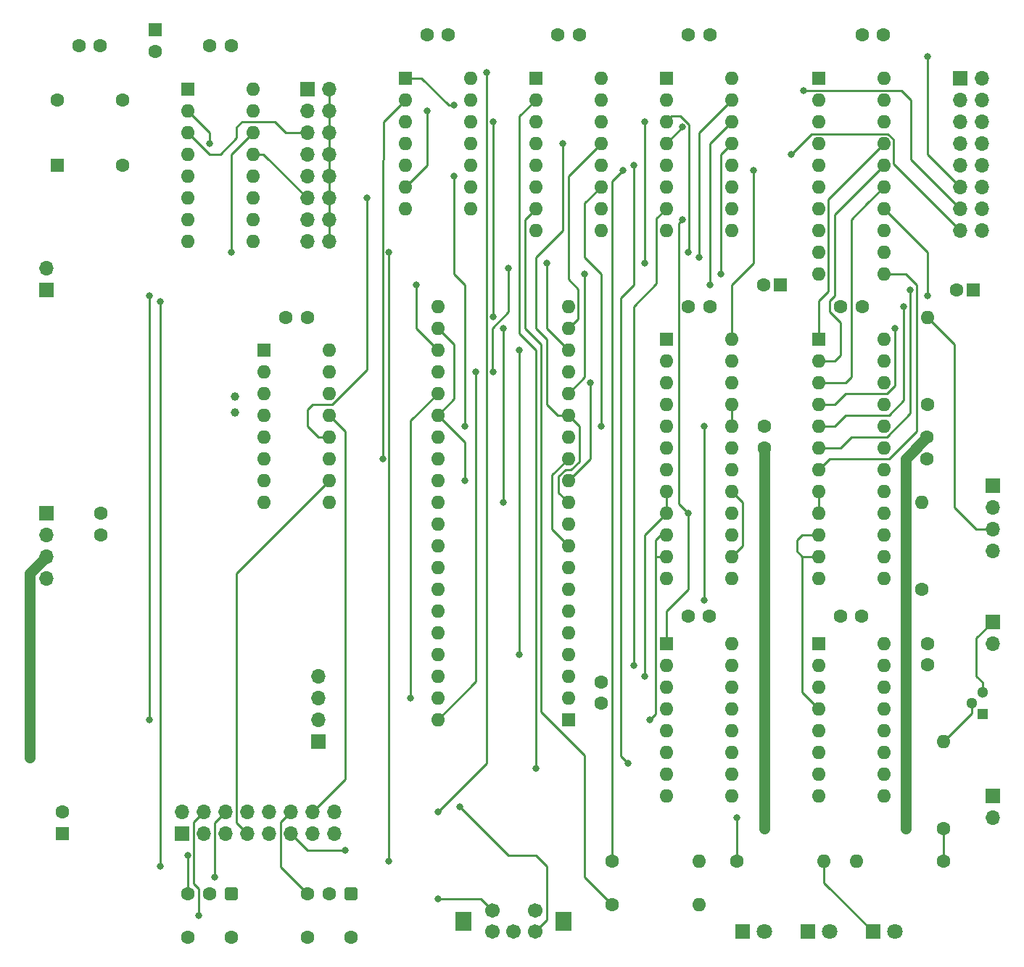
<source format=gbr>
%TF.GenerationSoftware,KiCad,Pcbnew,7.0.9-7.0.9~ubuntu22.04.1*%
%TF.CreationDate,2023-12-29T15:53:16-05:00*%
%TF.ProjectId,dac,6461632e-6b69-4636-9164-5f7063625858,rev?*%
%TF.SameCoordinates,Original*%
%TF.FileFunction,Copper,L1,Top*%
%TF.FilePolarity,Positive*%
%FSLAX46Y46*%
G04 Gerber Fmt 4.6, Leading zero omitted, Abs format (unit mm)*
G04 Created by KiCad (PCBNEW 7.0.9-7.0.9~ubuntu22.04.1) date 2023-12-29 15:53:16*
%MOMM*%
%LPD*%
G01*
G04 APERTURE LIST*
G04 Aperture macros list*
%AMRoundRect*
0 Rectangle with rounded corners*
0 $1 Rounding radius*
0 $2 $3 $4 $5 $6 $7 $8 $9 X,Y pos of 4 corners*
0 Add a 4 corners polygon primitive as box body*
4,1,4,$2,$3,$4,$5,$6,$7,$8,$9,$2,$3,0*
0 Add four circle primitives for the rounded corners*
1,1,$1+$1,$2,$3*
1,1,$1+$1,$4,$5*
1,1,$1+$1,$6,$7*
1,1,$1+$1,$8,$9*
0 Add four rect primitives between the rounded corners*
20,1,$1+$1,$2,$3,$4,$5,0*
20,1,$1+$1,$4,$5,$6,$7,0*
20,1,$1+$1,$6,$7,$8,$9,0*
20,1,$1+$1,$8,$9,$2,$3,0*%
G04 Aperture macros list end*
%TA.AperFunction,ComponentPad*%
%ADD10R,1.600000X1.600000*%
%TD*%
%TA.AperFunction,ComponentPad*%
%ADD11O,1.600000X1.600000*%
%TD*%
%TA.AperFunction,ComponentPad*%
%ADD12C,1.600000*%
%TD*%
%TA.AperFunction,ComponentPad*%
%ADD13R,1.800000X1.800000*%
%TD*%
%TA.AperFunction,ComponentPad*%
%ADD14C,1.800000*%
%TD*%
%TA.AperFunction,ComponentPad*%
%ADD15R,1.700000X1.700000*%
%TD*%
%TA.AperFunction,ComponentPad*%
%ADD16O,1.700000X1.700000*%
%TD*%
%TA.AperFunction,SMDPad,CuDef*%
%ADD17R,1.905000X2.209800*%
%TD*%
%TA.AperFunction,ComponentPad*%
%ADD18C,1.701800*%
%TD*%
%TA.AperFunction,ComponentPad*%
%ADD19RoundRect,0.400000X0.400000X-0.400000X0.400000X0.400000X-0.400000X0.400000X-0.400000X-0.400000X0*%
%TD*%
%TA.AperFunction,ComponentPad*%
%ADD20R,1.300000X1.300000*%
%TD*%
%TA.AperFunction,ComponentPad*%
%ADD21C,1.300000*%
%TD*%
%TA.AperFunction,ComponentPad*%
%ADD22C,1.000000*%
%TD*%
%TA.AperFunction,ViaPad*%
%ADD23C,0.800000*%
%TD*%
%TA.AperFunction,Conductor*%
%ADD24C,0.254000*%
%TD*%
%TA.AperFunction,Conductor*%
%ADD25C,1.270000*%
%TD*%
G04 APERTURE END LIST*
D10*
%TO.P,U6,1,VCC2*%
%TO.N,GND*%
X54620000Y-101615000D03*
D11*
%TO.P,U6,2,VBAT*%
%TO.N,Net-(BT1-+)*%
X54620000Y-104155000D03*
%TO.P,U6,3,X1*%
%TO.N,Net-(U6-X1)*%
X54620000Y-106695000D03*
%TO.P,U6,4,X2*%
%TO.N,Net-(U6-X2)*%
X54620000Y-109235000D03*
%TO.P,U6,5,INT0*%
%TO.N,unconnected-(U6-INT0-Pad5)*%
X54620000Y-111775000D03*
%TO.P,U6,6,INT1*%
%TO.N,unconnected-(U6-INT1-Pad6)*%
X54620000Y-114315000D03*
%TO.P,U6,7,1Hz*%
%TO.N,unconnected-(U6-1Hz-Pad7)*%
X54620000Y-116855000D03*
%TO.P,U6,8,GND*%
%TO.N,GND*%
X54620000Y-119395000D03*
%TO.P,U6,9,SERMODE*%
%TO.N,+5V*%
X62240000Y-119395000D03*
%TO.P,U6,10,CE*%
%TO.N,/KQ4*%
X62240000Y-116855000D03*
%TO.P,U6,11,SCLK*%
%TO.N,/nLED2*%
X62240000Y-114315000D03*
%TO.P,U6,12,SDI*%
%TO.N,/LED3*%
X62240000Y-111775000D03*
%TO.P,U6,13,SDO*%
%TO.N,/KD5*%
X62240000Y-109235000D03*
%TO.P,U6,14,VCCIF*%
%TO.N,+5V*%
X62240000Y-106695000D03*
%TO.P,U6,15,32kHz*%
%TO.N,unconnected-(U6-32kHz-Pad15)*%
X62240000Y-104155000D03*
%TO.P,U6,16,VCC*%
%TO.N,+5V*%
X62240000Y-101615000D03*
%TD*%
D12*
%TO.P,C20,1*%
%TO.N,+5V*%
X106660000Y-132715000D03*
%TO.P,C20,2*%
%TO.N,GND*%
X104160000Y-132715000D03*
%TD*%
D13*
%TO.P,D1,1,K*%
%TO.N,Net-(D1-K)*%
X125725000Y-169545000D03*
D14*
%TO.P,D1,2,A*%
%TO.N,+5V*%
X128265000Y-169545000D03*
%TD*%
D10*
%TO.P,U5,1,A0*%
%TO.N,/KQ0*%
X101600000Y-69850000D03*
D11*
%TO.P,U5,2,A1*%
%TO.N,/BA0*%
X101600000Y-72390000D03*
%TO.P,U5,3,A2*%
%TO.N,/KQ1*%
X101600000Y-74930000D03*
%TO.P,U5,4,E1*%
%TO.N,/nLED1*%
X101600000Y-77470000D03*
%TO.P,U5,5,E2*%
%TO.N,GND*%
X101600000Y-80010000D03*
%TO.P,U5,6,E3*%
%TO.N,+5V*%
X101600000Y-82550000D03*
%TO.P,U5,7,O7*%
%TO.N,/nDACX*%
X101600000Y-85090000D03*
%TO.P,U5,8,GND*%
%TO.N,GND*%
X101600000Y-87630000D03*
%TO.P,U5,9,O6*%
%TO.N,unconnected-(U5-O6-Pad9)*%
X109220000Y-87630000D03*
%TO.P,U5,10,O5*%
%TO.N,/nDACY*%
X109220000Y-85090000D03*
%TO.P,U5,11,O4*%
%TO.N,unconnected-(U5-O4-Pad11)*%
X109220000Y-82550000D03*
%TO.P,U5,12,O3*%
%TO.N,/nEXP*%
X109220000Y-80010000D03*
%TO.P,U5,13,O2*%
%TO.N,Net-(U5-O2)*%
X109220000Y-77470000D03*
%TO.P,U5,14,O1*%
%TO.N,Net-(U5-O1)*%
X109220000Y-74930000D03*
%TO.P,U5,15,O0*%
%TO.N,Net-(U5-O0)*%
X109220000Y-72390000D03*
%TO.P,U5,16,VCC*%
%TO.N,+5V*%
X109220000Y-69850000D03*
%TD*%
D13*
%TO.P,D3,1,K*%
%TO.N,Net-(D3-K)*%
X110480000Y-169545000D03*
D14*
%TO.P,D3,2,A*%
%TO.N,+5V*%
X113020000Y-169545000D03*
%TD*%
D12*
%TO.P,R4,1*%
%TO.N,/KQ2*%
X133985000Y-157480000D03*
D11*
%TO.P,R4,2*%
%TO.N,Net-(Q1-B)*%
X133985000Y-147320000D03*
%TD*%
D15*
%TO.P,J4,1,Pin_1*%
%TO.N,/B38400*%
X59685000Y-71135000D03*
D16*
%TO.P,J4,2,Pin_2*%
%TO.N,/CLK16X*%
X62225000Y-71135000D03*
%TO.P,J4,3,Pin_3*%
%TO.N,/B19200*%
X59685000Y-73675000D03*
%TO.P,J4,4,Pin_4*%
%TO.N,/CLK16X*%
X62225000Y-73675000D03*
%TO.P,J4,5,Pin_5*%
%TO.N,/B9600*%
X59685000Y-76215000D03*
%TO.P,J4,6,Pin_6*%
%TO.N,/CLK16X*%
X62225000Y-76215000D03*
%TO.P,J4,7,Pin_7*%
%TO.N,/B4800*%
X59685000Y-78755000D03*
%TO.P,J4,8,Pin_8*%
%TO.N,/CLK16X*%
X62225000Y-78755000D03*
%TO.P,J4,9,Pin_9*%
%TO.N,/B2400*%
X59685000Y-81295000D03*
%TO.P,J4,10,Pin_10*%
%TO.N,/CLK16X*%
X62225000Y-81295000D03*
%TO.P,J4,11,Pin_11*%
%TO.N,/B1200*%
X59685000Y-83835000D03*
%TO.P,J4,12,Pin_12*%
%TO.N,/CLK16X*%
X62225000Y-83835000D03*
%TO.P,J4,13,Pin_13*%
%TO.N,/B600*%
X59685000Y-86375000D03*
%TO.P,J4,14,Pin_14*%
%TO.N,/CLK16X*%
X62225000Y-86375000D03*
%TO.P,J4,15,Pin_15*%
%TO.N,/B300*%
X59685000Y-88915000D03*
%TO.P,J4,16,Pin_16*%
%TO.N,/CLK16X*%
X62225000Y-88915000D03*
%TD*%
D17*
%TO.P,SW3,6*%
%TO.N,N/C*%
X77930000Y-168295000D03*
%TO.P,SW3,7*%
X89630000Y-168295000D03*
D18*
%TO.P,SW3,A,A*%
%TO.N,/KD1*%
X81280000Y-169545000D03*
%TO.P,SW3,B,B*%
%TO.N,/KD2*%
X86280000Y-169545000D03*
%TO.P,SW3,C,C*%
%TO.N,GND*%
X83780000Y-169545000D03*
%TO.P,SW3,D,S1*%
%TO.N,/KD0*%
X81280000Y-167045000D03*
%TO.P,SW3,E,S2*%
%TO.N,GND*%
X86280000Y-167045000D03*
%TD*%
D10*
%TO.P,U11,1,~{MR}*%
%TO.N,/nDACY*%
X101610000Y-135890000D03*
D11*
%TO.P,U11,2,CP*%
%TO.N,/nDACX*%
X101610000Y-138430000D03*
%TO.P,U11,3,D0*%
%TO.N,unconnected-(U11-D0-Pad3)*%
X101610000Y-140970000D03*
%TO.P,U11,4,D1*%
%TO.N,unconnected-(U11-D1-Pad4)*%
X101610000Y-143510000D03*
%TO.P,U11,5,D2*%
%TO.N,unconnected-(U11-D2-Pad5)*%
X101610000Y-146050000D03*
%TO.P,U11,6,D3*%
%TO.N,unconnected-(U11-D3-Pad6)*%
X101610000Y-148590000D03*
%TO.P,U11,7,CEP*%
%TO.N,+5V*%
X101610000Y-151130000D03*
%TO.P,U11,8,GND*%
%TO.N,GND*%
X101610000Y-153670000D03*
%TO.P,U11,9,~{PE}*%
%TO.N,+5V*%
X109230000Y-153670000D03*
%TO.P,U11,10,CET*%
X109230000Y-151130000D03*
%TO.P,U11,11,Q3*%
%TO.N,unconnected-(U11-Q3-Pad11)*%
X109230000Y-148590000D03*
%TO.P,U11,12,Q2*%
%TO.N,unconnected-(U11-Q2-Pad12)*%
X109230000Y-146050000D03*
%TO.P,U11,13,Q1*%
%TO.N,Net-(U10A-A0)*%
X109230000Y-143510000D03*
%TO.P,U11,14,Q0*%
%TO.N,Net-(U11-Q0)*%
X109230000Y-140970000D03*
%TO.P,U11,15,TC*%
%TO.N,unconnected-(U11-TC-Pad15)*%
X109230000Y-138430000D03*
%TO.P,U11,16,VCC*%
%TO.N,+5V*%
X109230000Y-135890000D03*
%TD*%
D12*
%TO.P,R5,1*%
%TO.N,Net-(U8-RFB)*%
X132080000Y-107950000D03*
D11*
%TO.P,R5,2*%
%TO.N,/Y_OUT*%
X132080000Y-97790000D03*
%TD*%
D12*
%TO.P,R3,1*%
%TO.N,/LED2*%
X95250000Y-166370000D03*
D11*
%TO.P,R3,2*%
%TO.N,Net-(D3-K)*%
X105410000Y-166370000D03*
%TD*%
D12*
%TO.P,R7,1*%
%TO.N,/KQ2*%
X133985000Y-161290000D03*
D11*
%TO.P,R7,2*%
%TO.N,+5V*%
X123825000Y-161290000D03*
%TD*%
D12*
%TO.P,C6,1*%
%TO.N,+5V*%
X106680000Y-96520000D03*
%TO.P,C6,2*%
%TO.N,GND*%
X104180000Y-96520000D03*
%TD*%
%TO.P,C8,1*%
%TO.N,-5V*%
X113030000Y-113010000D03*
%TO.P,C8,2*%
%TO.N,GND*%
X113030000Y-110510000D03*
%TD*%
%TO.P,SW1,*%
%TO.N,*%
X50800000Y-170170000D03*
X45720000Y-170170000D03*
D19*
%TO.P,SW1,1,A*%
%TO.N,GND*%
X50800000Y-165090000D03*
D12*
%TO.P,SW1,2*%
%TO.N,N/C*%
X48260000Y-165090000D03*
%TO.P,SW1,3,B*%
%TO.N,/KD3*%
X45720000Y-165090000D03*
%TD*%
%TO.P,C3,1*%
%TO.N,+5V*%
X91440000Y-64770000D03*
%TO.P,C3,2*%
%TO.N,GND*%
X88940000Y-64770000D03*
%TD*%
D10*
%TO.P,U10,1,E*%
%TO.N,/nDACX*%
X119390000Y-135890000D03*
D11*
%TO.P,U10,2,A0*%
%TO.N,Net-(U10A-A0)*%
X119390000Y-138430000D03*
%TO.P,U10,3,A1*%
%TO.N,GND*%
X119390000Y-140970000D03*
%TO.P,U10,4,O0*%
%TO.N,/DAC_X_nWR*%
X119390000Y-143510000D03*
%TO.P,U10,5,O1*%
%TO.N,/DAC_Y_nWR*%
X119390000Y-146050000D03*
%TO.P,U10,6,O2*%
%TO.N,unconnected-(U10A-O2-Pad6)*%
X119390000Y-148590000D03*
%TO.P,U10,7,O3*%
%TO.N,unconnected-(U10A-O3-Pad7)*%
X119390000Y-151130000D03*
%TO.P,U10,8,GND*%
%TO.N,GND*%
X119390000Y-153670000D03*
%TO.P,U10,9*%
%TO.N,N/C*%
X127010000Y-153670000D03*
%TO.P,U10,10*%
X127010000Y-151130000D03*
%TO.P,U10,11*%
X127010000Y-148590000D03*
%TO.P,U10,12*%
X127010000Y-146050000D03*
%TO.P,U10,13*%
X127010000Y-143510000D03*
%TO.P,U10,14*%
X127010000Y-140970000D03*
%TO.P,U10,15*%
X127010000Y-138430000D03*
%TO.P,U10,16,VCC*%
%TO.N,+5V*%
X127010000Y-135890000D03*
%TD*%
D10*
%TO.P,U8,1,D1/D9*%
%TO.N,/BD1*%
X119390000Y-100325000D03*
D11*
%TO.P,U8,2,D2/D10*%
%TO.N,/BD2*%
X119390000Y-102865000D03*
%TO.P,U8,3,D3/D11*%
%TO.N,/BD3*%
X119390000Y-105405000D03*
%TO.P,U8,4,D4*%
%TO.N,/BD4*%
X119390000Y-107945000D03*
%TO.P,U8,5,D5*%
%TO.N,/BD5*%
X119390000Y-110485000D03*
%TO.P,U8,6,D6*%
%TO.N,/BD6*%
X119390000Y-113025000D03*
%TO.P,U8,7,D7*%
%TO.N,/BD7*%
X119390000Y-115565000D03*
%TO.P,U8,8,A0*%
%TO.N,Net-(U11-Q0)*%
X119390000Y-118105000D03*
%TO.P,U8,9,A1*%
X119390000Y-120645000D03*
%TO.P,U8,10,nWR*%
%TO.N,/DAC_X_nWR*%
X119390000Y-123185000D03*
%TO.P,U8,11,nCS*%
X119390000Y-125725000D03*
%TO.P,U8,12,DGND*%
%TO.N,GND*%
X119390000Y-128265000D03*
%TO.P,U8,13,REFIN*%
%TO.N,+5V*%
X127010000Y-128265000D03*
%TO.P,U8,14,AGND*%
%TO.N,GND*%
X127010000Y-125725000D03*
%TO.P,U8,15,nCLR*%
%TO.N,+5V*%
X127010000Y-123185000D03*
%TO.P,U8,16,nLDAC*%
%TO.N,/nDACY*%
X127010000Y-120645000D03*
%TO.P,U8,17,REFGND*%
%TO.N,GND*%
X127010000Y-118105000D03*
%TO.P,U8,18,REFOUT*%
%TO.N,+5V*%
X127010000Y-115565000D03*
%TO.P,U8,19,VSS*%
%TO.N,-5V*%
X127010000Y-113025000D03*
%TO.P,U8,20,VOUT*%
%TO.N,Net-(U8-RFB)*%
X127010000Y-110485000D03*
%TO.P,U8,21,RFB*%
X127010000Y-107945000D03*
%TO.P,U8,22,ROFS*%
%TO.N,+5V*%
X127010000Y-105405000D03*
%TO.P,U8,23,VDD*%
X127010000Y-102865000D03*
%TO.P,U8,24,D0/D8*%
%TO.N,/BD0*%
X127010000Y-100325000D03*
%TD*%
D12*
%TO.P,C4,1*%
%TO.N,+5V*%
X93980000Y-142855000D03*
%TO.P,C4,2*%
%TO.N,GND*%
X93980000Y-140355000D03*
%TD*%
%TO.P,C11,1*%
%TO.N,-5V*%
X132080000Y-135890000D03*
%TO.P,C11,2*%
%TO.N,GND*%
X132080000Y-138390000D03*
%TD*%
%TO.P,C13,1*%
%TO.N,+5V*%
X76160000Y-64770000D03*
%TO.P,C13,2*%
%TO.N,GND*%
X73660000Y-64770000D03*
%TD*%
D15*
%TO.P,BT1,1,+*%
%TO.N,Net-(BT1-+)*%
X29210000Y-94600000D03*
D16*
%TO.P,BT1,2,-*%
%TO.N,GND*%
X29210000Y-92060000D03*
%TD*%
D10*
%TO.P,U9,1,D1/D9*%
%TO.N,/BD1*%
X101600000Y-100330000D03*
D11*
%TO.P,U9,2,D2/D10*%
%TO.N,/BD2*%
X101600000Y-102870000D03*
%TO.P,U9,3,D3/D11*%
%TO.N,/BD3*%
X101600000Y-105410000D03*
%TO.P,U9,4,D4*%
%TO.N,/BD4*%
X101600000Y-107950000D03*
%TO.P,U9,5,D5*%
%TO.N,/BD5*%
X101600000Y-110490000D03*
%TO.P,U9,6,D6*%
%TO.N,/BD6*%
X101600000Y-113030000D03*
%TO.P,U9,7,D7*%
%TO.N,/BD7*%
X101600000Y-115570000D03*
%TO.P,U9,8,A0*%
%TO.N,Net-(U11-Q0)*%
X101600000Y-118110000D03*
%TO.P,U9,9,A1*%
X101600000Y-120650000D03*
%TO.P,U9,10,nWR*%
%TO.N,/DAC_Y_nWR*%
X101600000Y-123190000D03*
%TO.P,U9,11,nCS*%
X101600000Y-125730000D03*
%TO.P,U9,12,DGND*%
%TO.N,GND*%
X101600000Y-128270000D03*
%TO.P,U9,13,REFIN*%
%TO.N,+5V*%
X109220000Y-128270000D03*
%TO.P,U9,14,AGND*%
%TO.N,GND*%
X109220000Y-125730000D03*
%TO.P,U9,15,nCLR*%
%TO.N,+5V*%
X109220000Y-123190000D03*
%TO.P,U9,16,nLDAC*%
%TO.N,/nDACY*%
X109220000Y-120650000D03*
%TO.P,U9,17,REFGND*%
%TO.N,GND*%
X109220000Y-118110000D03*
%TO.P,U9,18,REFOUT*%
%TO.N,+5V*%
X109220000Y-115570000D03*
%TO.P,U9,19,VSS*%
%TO.N,-5V*%
X109220000Y-113030000D03*
%TO.P,U9,20,VOUT*%
%TO.N,Net-(U9-RFB)*%
X109220000Y-110490000D03*
%TO.P,U9,21,RFB*%
X109220000Y-107950000D03*
%TO.P,U9,22,ROFS*%
%TO.N,+5V*%
X109220000Y-105410000D03*
%TO.P,U9,23,VDD*%
X109220000Y-102870000D03*
%TO.P,U9,24,D0/D8*%
%TO.N,/BD0*%
X109220000Y-100330000D03*
%TD*%
D15*
%TO.P,J7,1,Pin_1*%
%TO.N,/X_OUT*%
X139700000Y-117475000D03*
D16*
%TO.P,J7,2,Pin_2*%
%TO.N,GND*%
X139700000Y-120015000D03*
%TO.P,J7,3,Pin_3*%
%TO.N,/Y_OUT*%
X139700000Y-122555000D03*
%TO.P,J7,4,Pin_4*%
%TO.N,GND*%
X139700000Y-125095000D03*
%TD*%
D12*
%TO.P,R2,1*%
%TO.N,/LED1*%
X95250000Y-161290000D03*
D11*
%TO.P,R2,2*%
%TO.N,Net-(D2-K)*%
X105410000Y-161290000D03*
%TD*%
D15*
%TO.P,J5,1,Pin_1*%
%TO.N,Net-(J5-Pin_1)*%
X139700000Y-133345000D03*
D16*
%TO.P,J5,2,Pin_2*%
%TO.N,-5V*%
X139700000Y-135885000D03*
%TD*%
D15*
%TO.P,J3,1,Pin_1*%
%TO.N,unconnected-(J3-Pin_1-Pad1)*%
X45085000Y-158115000D03*
D16*
%TO.P,J3,2,Pin_2*%
%TO.N,unconnected-(J3-Pin_2-Pad2)*%
X45085000Y-155575000D03*
%TO.P,J3,3,Pin_3*%
%TO.N,unconnected-(J3-Pin_3-Pad3)*%
X47625000Y-158115000D03*
%TO.P,J3,4,Pin_4*%
%TO.N,/KD0*%
X47625000Y-155575000D03*
%TO.P,J3,5,Pin_5*%
%TO.N,unconnected-(J3-Pin_5-Pad5)*%
X50165000Y-158115000D03*
%TO.P,J3,6,Pin_6*%
%TO.N,/KD1*%
X50165000Y-155575000D03*
%TO.P,J3,7,Pin_7*%
%TO.N,/KQ4*%
X52705000Y-158115000D03*
%TO.P,J3,8,Pin_8*%
%TO.N,/KD2*%
X52705000Y-155575000D03*
%TO.P,J3,9,Pin_9*%
%TO.N,/KQ3*%
X55245000Y-158115000D03*
%TO.P,J3,10,Pin_10*%
%TO.N,/KD3*%
X55245000Y-155575000D03*
%TO.P,J3,11,Pin_11*%
%TO.N,/KQ2*%
X57785000Y-158115000D03*
%TO.P,J3,12,Pin_12*%
%TO.N,/KD4*%
X57785000Y-155575000D03*
%TO.P,J3,13,Pin_13*%
%TO.N,/KQ1*%
X60325000Y-158115000D03*
%TO.P,J3,14,Pin_14*%
%TO.N,/KD5*%
X60325000Y-155575000D03*
%TO.P,J3,15,Pin_15*%
%TO.N,/KQ0*%
X62865000Y-158115000D03*
%TO.P,J3,16,Pin_16*%
%TO.N,/KD6*%
X62865000Y-155575000D03*
%TD*%
D12*
%TO.P,SW2,*%
%TO.N,*%
X64770000Y-170170000D03*
X59690000Y-170170000D03*
D19*
%TO.P,SW2,1,A*%
%TO.N,GND*%
X64770000Y-165090000D03*
D12*
%TO.P,SW2,2*%
%TO.N,N/C*%
X62230000Y-165090000D03*
%TO.P,SW2,3,B*%
%TO.N,/KD4*%
X59690000Y-165090000D03*
%TD*%
D20*
%TO.P,Q1,1,E*%
%TO.N,+5V*%
X138515000Y-144145000D03*
D21*
%TO.P,Q1,2,B*%
%TO.N,Net-(Q1-B)*%
X137245000Y-142875000D03*
%TO.P,Q1,3,C*%
%TO.N,Net-(J5-Pin_1)*%
X138515000Y-141605000D03*
%TD*%
D22*
%TO.P,Y1,1,1*%
%TO.N,Net-(U6-X1)*%
X51240000Y-107000000D03*
%TO.P,Y1,2,2*%
%TO.N,Net-(U6-X2)*%
X51240000Y-108900000D03*
%TD*%
D10*
%TO.P,U1,1,Q11*%
%TO.N,unconnected-(U1-Q11-Pad1)*%
X45720000Y-71120000D03*
D11*
%TO.P,U1,2,Q5*%
%TO.N,/B4800*%
X45720000Y-73660000D03*
%TO.P,U1,3,Q4*%
%TO.N,/B9600*%
X45720000Y-76200000D03*
%TO.P,U1,4,Q6*%
%TO.N,/B2400*%
X45720000Y-78740000D03*
%TO.P,U1,5,Q3*%
%TO.N,/B19200*%
X45720000Y-81280000D03*
%TO.P,U1,6,Q2*%
%TO.N,/B38400*%
X45720000Y-83820000D03*
%TO.P,U1,7,Q1*%
%TO.N,unconnected-(U1-Q1-Pad7)*%
X45720000Y-86360000D03*
%TO.P,U1,8,VSS*%
%TO.N,GND*%
X45720000Y-88900000D03*
%TO.P,U1,9,Q0*%
%TO.N,unconnected-(U1-Q0-Pad9)*%
X53340000Y-88900000D03*
%TO.P,U1,10,CLK*%
%TO.N,Net-(U1-CLK)*%
X53340000Y-86360000D03*
%TO.P,U1,11,Reset*%
%TO.N,GND*%
X53340000Y-83820000D03*
%TO.P,U1,12,Q8*%
%TO.N,/B600*%
X53340000Y-81280000D03*
%TO.P,U1,13,Q7*%
%TO.N,/B1200*%
X53340000Y-78740000D03*
%TO.P,U1,14,Q9*%
%TO.N,/B300*%
X53340000Y-76200000D03*
%TO.P,U1,15,Q10*%
%TO.N,unconnected-(U1-Q10-Pad15)*%
X53340000Y-73660000D03*
%TO.P,U1,16,VDD*%
%TO.N,+5V*%
X53340000Y-71120000D03*
%TD*%
D10*
%TO.P,U4,1,A->B*%
%TO.N,/KQ0*%
X119390000Y-69850000D03*
D11*
%TO.P,U4,2,A0*%
%TO.N,/D0*%
X119390000Y-72390000D03*
%TO.P,U4,3,A1*%
%TO.N,/D1*%
X119390000Y-74930000D03*
%TO.P,U4,4,A2*%
%TO.N,/D2*%
X119390000Y-77470000D03*
%TO.P,U4,5,A3*%
%TO.N,/D3*%
X119390000Y-80010000D03*
%TO.P,U4,6,A4*%
%TO.N,/D4*%
X119390000Y-82550000D03*
%TO.P,U4,7,A5*%
%TO.N,/D5*%
X119390000Y-85090000D03*
%TO.P,U4,8,A6*%
%TO.N,/D6*%
X119390000Y-87630000D03*
%TO.P,U4,9,A7*%
%TO.N,/D7*%
X119390000Y-90170000D03*
%TO.P,U4,10,GND*%
%TO.N,GND*%
X119390000Y-92710000D03*
%TO.P,U4,11,B7*%
%TO.N,/BD7*%
X127010000Y-92710000D03*
%TO.P,U4,12,B6*%
%TO.N,/BD6*%
X127010000Y-90170000D03*
%TO.P,U4,13,B5*%
%TO.N,/BD5*%
X127010000Y-87630000D03*
%TO.P,U4,14,B4*%
%TO.N,/BD4*%
X127010000Y-85090000D03*
%TO.P,U4,15,B3*%
%TO.N,/BD3*%
X127010000Y-82550000D03*
%TO.P,U4,16,B2*%
%TO.N,/BD2*%
X127010000Y-80010000D03*
%TO.P,U4,17,B1*%
%TO.N,/BD1*%
X127010000Y-77470000D03*
%TO.P,U4,18,B0*%
%TO.N,/BD0*%
X127010000Y-74930000D03*
%TO.P,U4,19,CE*%
%TO.N,Net-(U4-CE)*%
X127010000Y-72390000D03*
%TO.P,U4,20,VCC*%
%TO.N,+5V*%
X127010000Y-69850000D03*
%TD*%
D10*
%TO.P,U3,1,~{Mr}*%
%TO.N,+5V*%
X86360000Y-69850000D03*
D11*
%TO.P,U3,2,Q0*%
%TO.N,/LED0*%
X86360000Y-72390000D03*
%TO.P,U3,3,D0*%
%TO.N,/BD0*%
X86360000Y-74930000D03*
%TO.P,U3,4,D1*%
%TO.N,/BD1*%
X86360000Y-77470000D03*
%TO.P,U3,5,Q1*%
%TO.N,/LED1*%
X86360000Y-80010000D03*
%TO.P,U3,6,D2*%
%TO.N,/BD2*%
X86360000Y-82550000D03*
%TO.P,U3,7,Q2*%
%TO.N,/LED2*%
X86360000Y-85090000D03*
%TO.P,U3,8,GND*%
%TO.N,GND*%
X86360000Y-87630000D03*
%TO.P,U3,9,Cp*%
%TO.N,/nEXP*%
X93980000Y-87630000D03*
%TO.P,U3,10,Q3*%
%TO.N,/LED3*%
X93980000Y-85090000D03*
%TO.P,U3,11,D3*%
%TO.N,/BD3*%
X93980000Y-82550000D03*
%TO.P,U3,12,Q4*%
%TO.N,/LED4*%
X93980000Y-80010000D03*
%TO.P,U3,13,D4*%
%TO.N,/BD4*%
X93980000Y-77470000D03*
%TO.P,U3,14,D5*%
%TO.N,/BD5*%
X93980000Y-74930000D03*
%TO.P,U3,15,Q5*%
%TO.N,/LED5*%
X93980000Y-72390000D03*
%TO.P,U3,16,VCC*%
%TO.N,+5V*%
X93980000Y-69850000D03*
%TD*%
D12*
%TO.P,C7,1*%
%TO.N,+5V*%
X126960000Y-64770000D03*
%TO.P,C7,2*%
%TO.N,GND*%
X124460000Y-64770000D03*
%TD*%
D15*
%TO.P,J8,1,Pin_1*%
%TO.N,/LED4*%
X139700000Y-153665000D03*
D16*
%TO.P,J8,2,Pin_2*%
%TO.N,GND*%
X139700000Y-156205000D03*
%TD*%
D10*
%TO.P,C14,1*%
%TO.N,+5V*%
X137480113Y-94615000D03*
D12*
%TO.P,C14,2*%
%TO.N,GND*%
X135480113Y-94615000D03*
%TD*%
D13*
%TO.P,D2,1,K*%
%TO.N,Net-(D2-K)*%
X118105000Y-169545000D03*
D14*
%TO.P,D2,2,A*%
%TO.N,+5V*%
X120645000Y-169545000D03*
%TD*%
D10*
%TO.P,X1,1,EN*%
%TO.N,unconnected-(X1-EN-Pad1)*%
X30480000Y-80010000D03*
D12*
%TO.P,X1,4,GND*%
%TO.N,GND*%
X38100000Y-80010000D03*
%TO.P,X1,5,OUT*%
%TO.N,Net-(U1-CLK)*%
X38100000Y-72390000D03*
%TO.P,X1,8,Vcc*%
%TO.N,+5V*%
X30480000Y-72390000D03*
%TD*%
%TO.P,C1,1*%
%TO.N,+5V*%
X35560000Y-120690000D03*
%TO.P,C1,2*%
%TO.N,GND*%
X35560000Y-123190000D03*
%TD*%
%TO.P,C9,1*%
%TO.N,+5V*%
X59690000Y-97790000D03*
%TO.P,C9,2*%
%TO.N,GND*%
X57190000Y-97790000D03*
%TD*%
%TO.P,R6,1*%
%TO.N,Net-(U9-RFB)*%
X131445000Y-129540000D03*
D11*
%TO.P,R6,2*%
%TO.N,/X_OUT*%
X131445000Y-119380000D03*
%TD*%
D12*
%TO.P,C12,1*%
%TO.N,+5V*%
X50800000Y-66040000D03*
%TO.P,C12,2*%
%TO.N,GND*%
X48300000Y-66040000D03*
%TD*%
D15*
%TO.P,J1,1,Pin_1*%
%TO.N,+5V*%
X29210000Y-120660000D03*
D16*
%TO.P,J1,2,Pin_2*%
%TO.N,GND*%
X29210000Y-123200000D03*
%TO.P,J1,3,Pin_3*%
%TO.N,-5V*%
X29210000Y-125740000D03*
%TO.P,J1,4,Pin_4*%
%TO.N,GND*%
X29210000Y-128280000D03*
%TD*%
D12*
%TO.P,C16,1*%
%TO.N,+5V*%
X33020000Y-66040000D03*
%TO.P,C16,2*%
%TO.N,GND*%
X35520000Y-66040000D03*
%TD*%
D10*
%TO.P,C17,1*%
%TO.N,+5V*%
X41910000Y-64199888D03*
D12*
%TO.P,C17,2*%
%TO.N,GND*%
X41910000Y-66699888D03*
%TD*%
%TO.P,C10,1*%
%TO.N,+5V*%
X106680000Y-64770000D03*
%TO.P,C10,2*%
%TO.N,GND*%
X104180000Y-64770000D03*
%TD*%
D15*
%TO.P,J2,1,Pin_1*%
%TO.N,+5V*%
X135890000Y-69850000D03*
D16*
%TO.P,J2,2,Pin_2*%
%TO.N,/D0*%
X138430000Y-69850000D03*
%TO.P,J2,3,Pin_3*%
%TO.N,+5V*%
X135890000Y-72390000D03*
%TO.P,J2,4,Pin_4*%
%TO.N,/D1*%
X138430000Y-72390000D03*
%TO.P,J2,5,Pin_5*%
%TO.N,GND*%
X135890000Y-74930000D03*
%TO.P,J2,6,Pin_6*%
%TO.N,/D2*%
X138430000Y-74930000D03*
%TO.P,J2,7,Pin_7*%
%TO.N,GND*%
X135890000Y-77470000D03*
%TO.P,J2,8,Pin_8*%
%TO.N,/D3*%
X138430000Y-77470000D03*
%TO.P,J2,9,Pin_9*%
%TO.N,GND*%
X135890000Y-80010000D03*
%TO.P,J2,10,Pin_10*%
%TO.N,/D4*%
X138430000Y-80010000D03*
%TO.P,J2,11,Pin_11*%
%TO.N,/nLED2*%
X135890000Y-82550000D03*
%TO.P,J2,12,Pin_12*%
%TO.N,/D5*%
X138430000Y-82550000D03*
%TO.P,J2,13,Pin_13*%
%TO.N,/nLED1*%
X135890000Y-85090000D03*
%TO.P,J2,14,Pin_14*%
%TO.N,/D6*%
X138430000Y-85090000D03*
%TO.P,J2,15,Pin_15*%
%TO.N,/A0*%
X135890000Y-87630000D03*
%TO.P,J2,16,Pin_16*%
%TO.N,/D7*%
X138430000Y-87630000D03*
%TD*%
D12*
%TO.P,C5,1*%
%TO.N,-5V*%
X132060000Y-111780000D03*
%TO.P,C5,2*%
%TO.N,GND*%
X132060000Y-114280000D03*
%TD*%
%TO.P,R1,1*%
%TO.N,/LED0*%
X109855000Y-161290000D03*
D11*
%TO.P,R1,2*%
%TO.N,Net-(D1-K)*%
X120015000Y-161290000D03*
%TD*%
D10*
%TO.P,C18,1*%
%TO.N,GND*%
X31115000Y-158050112D03*
D12*
%TO.P,C18,2*%
%TO.N,-5V*%
X31115000Y-155550112D03*
%TD*%
%TO.P,C2,1*%
%TO.N,+5V*%
X124460000Y-96520000D03*
%TO.P,C2,2*%
%TO.N,GND*%
X121960000Y-96520000D03*
%TD*%
D10*
%TO.P,C15,1*%
%TO.N,+5V*%
X114940904Y-93980000D03*
D12*
%TO.P,C15,2*%
%TO.N,GND*%
X112940904Y-93980000D03*
%TD*%
D15*
%TO.P,J6,1,Pin_1*%
%TO.N,unconnected-(J6-Pin_1-Pad1)*%
X60960000Y-147320000D03*
D16*
%TO.P,J6,2,Pin_2*%
%TO.N,/RXD*%
X60960000Y-144780000D03*
%TO.P,J6,3,Pin_3*%
%TO.N,/TXD*%
X60960000Y-142240000D03*
%TO.P,J6,4,Pin_4*%
%TO.N,GND*%
X60960000Y-139700000D03*
%TD*%
D10*
%TO.P,U2,1*%
%TO.N,/nLED1*%
X71130000Y-69845000D03*
D11*
%TO.P,U2,2*%
%TO.N,/nLED2*%
X71130000Y-72385000D03*
%TO.P,U2,3*%
%TO.N,Net-(U4-CE)*%
X71130000Y-74925000D03*
%TO.P,U2,4*%
%TO.N,+5V*%
X71130000Y-77465000D03*
%TO.P,U2,5*%
%TO.N,/A0*%
X71130000Y-80005000D03*
%TO.P,U2,6*%
%TO.N,/BA0*%
X71130000Y-82545000D03*
%TO.P,U2,7,GND*%
%TO.N,GND*%
X71130000Y-85085000D03*
%TO.P,U2,8*%
%TO.N,N/C*%
X78750000Y-85085000D03*
%TO.P,U2,9*%
X78750000Y-82545000D03*
%TO.P,U2,10*%
X78750000Y-80005000D03*
%TO.P,U2,11*%
X78750000Y-77465000D03*
%TO.P,U2,12*%
X78750000Y-74925000D03*
%TO.P,U2,13*%
X78750000Y-72385000D03*
%TO.P,U2,14,VCC*%
%TO.N,+5V*%
X78750000Y-69845000D03*
%TD*%
D10*
%TO.P,U7,1,VCC*%
%TO.N,+5V*%
X90170000Y-144775000D03*
D11*
%TO.P,U7,2*%
%TO.N,N/C*%
X90170000Y-142235000D03*
%TO.P,U7,3,GND*%
%TO.N,GND*%
X90170000Y-139695000D03*
%TO.P,U7,4,RRD*%
%TO.N,Net-(U5-O0)*%
X90170000Y-137155000D03*
%TO.P,U7,5,RBR8*%
%TO.N,/BD7*%
X90170000Y-134615000D03*
%TO.P,U7,6,RBR7*%
%TO.N,/BD6*%
X90170000Y-132075000D03*
%TO.P,U7,7,RBR6*%
%TO.N,/BD5*%
X90170000Y-129535000D03*
%TO.P,U7,8,RBR5*%
%TO.N,/BD4*%
X90170000Y-126995000D03*
%TO.P,U7,9,RBR4*%
%TO.N,/BD3*%
X90170000Y-124455000D03*
%TO.P,U7,10,RBR3*%
%TO.N,/BD2*%
X90170000Y-121915000D03*
%TO.P,U7,11,RBR2*%
%TO.N,/BD1*%
X90170000Y-119375000D03*
%TO.P,U7,12,RBR1*%
%TO.N,/BD0*%
X90170000Y-116835000D03*
%TO.P,U7,13,PE*%
%TO.N,/BD3*%
X90170000Y-114295000D03*
%TO.P,U7,14,FE*%
%TO.N,/BD2*%
X90170000Y-111755000D03*
%TO.P,U7,15,OE*%
%TO.N,/BD1*%
X90170000Y-109215000D03*
%TO.P,U7,16,SFD*%
%TO.N,Net-(U5-O2)*%
X90170000Y-106675000D03*
%TO.P,U7,17,RRC*%
%TO.N,/CLK16X*%
X90170000Y-104135000D03*
%TO.P,U7,18,nDRR*%
%TO.N,Net-(U5-O0)*%
X90170000Y-101595000D03*
%TO.P,U7,19,DR*%
%TO.N,/BD4*%
X90170000Y-99055000D03*
%TO.P,U7,20,RRI*%
%TO.N,/RXD*%
X90170000Y-96515000D03*
%TO.P,U7,21,MR*%
%TO.N,/KQ3*%
X74930000Y-96515000D03*
%TO.P,U7,22,TBRE*%
%TO.N,/BD0*%
X74930000Y-99055000D03*
%TO.P,U7,23,nTBRL*%
%TO.N,Net-(U5-O1)*%
X74930000Y-101595000D03*
%TO.P,U7,24,TRE*%
%TO.N,unconnected-(U7-TRE-Pad24)*%
X74930000Y-104135000D03*
%TO.P,U7,25,TRO*%
%TO.N,/TXD*%
X74930000Y-106675000D03*
%TO.P,U7,26,TBR1*%
%TO.N,/BD0*%
X74930000Y-109215000D03*
%TO.P,U7,27,TBR2*%
%TO.N,/BD1*%
X74930000Y-111755000D03*
%TO.P,U7,28,TBR3*%
%TO.N,/BD2*%
X74930000Y-114295000D03*
%TO.P,U7,29,TBR4*%
%TO.N,/BD3*%
X74930000Y-116835000D03*
%TO.P,U7,30,TBR5*%
%TO.N,/BD4*%
X74930000Y-119375000D03*
%TO.P,U7,31,TBR6*%
%TO.N,/BD5*%
X74930000Y-121915000D03*
%TO.P,U7,32,TBR7*%
%TO.N,/BD6*%
X74930000Y-124455000D03*
%TO.P,U7,33,TBR8*%
%TO.N,/BD7*%
X74930000Y-126995000D03*
%TO.P,U7,34,CRL*%
%TO.N,+5V*%
X74930000Y-129535000D03*
%TO.P,U7,35,PI*%
X74930000Y-132075000D03*
%TO.P,U7,36,SBS*%
%TO.N,GND*%
X74930000Y-134615000D03*
%TO.P,U7,37,CLS2*%
%TO.N,+5V*%
X74930000Y-137155000D03*
%TO.P,U7,38,CLS1*%
X74930000Y-139695000D03*
%TO.P,U7,39,EPE*%
%TO.N,GND*%
X74930000Y-142235000D03*
%TO.P,U7,40,TRC*%
%TO.N,/CLK16X*%
X74930000Y-144775000D03*
%TD*%
D12*
%TO.P,C19,1*%
%TO.N,+5V*%
X124440000Y-132715000D03*
%TO.P,C19,2*%
%TO.N,GND*%
X121940000Y-132715000D03*
%TD*%
D23*
%TO.N,-5V*%
X113030000Y-157480000D03*
X129540000Y-135890000D03*
X27305000Y-149225000D03*
X129540000Y-157480000D03*
%TO.N,/KD0*%
X46990000Y-167640000D03*
X74930000Y-165735000D03*
%TO.N,/KD1*%
X48895000Y-163195000D03*
%TO.N,/KD2*%
X77470000Y-154940000D03*
%TO.N,/nLED2*%
X132080000Y-67310000D03*
X68488500Y-114300000D03*
%TO.N,/nLED1*%
X76835000Y-73025000D03*
X117618000Y-71263000D03*
X103505000Y-75565000D03*
%TO.N,/A0*%
X116205000Y-78740000D03*
%TO.N,/KQ3*%
X42545000Y-161925000D03*
X42545000Y-95976500D03*
%TO.N,/KD3*%
X45720000Y-160655000D03*
%TO.N,/KQ2*%
X64135000Y-160020000D03*
%TO.N,/KQ1*%
X104140000Y-90170000D03*
X69215000Y-90170000D03*
X69215000Y-161290000D03*
%TO.N,/KQ0*%
X74930000Y-155575000D03*
X80645000Y-69215000D03*
%TO.N,/CLK16X*%
X83185000Y-92075000D03*
X81371500Y-104140000D03*
X79380000Y-104135000D03*
%TO.N,/B4800*%
X48260000Y-77470000D03*
%TO.N,/B300*%
X50800000Y-90170000D03*
%TO.N,Net-(U9-RFB)*%
X106045000Y-130810000D03*
X106045000Y-110490000D03*
%TO.N,/RXD*%
X41275000Y-144780000D03*
X41275000Y-95250000D03*
%TO.N,/TXD*%
X71755000Y-142240000D03*
%TO.N,/LED0*%
X86360000Y-150495000D03*
X109855000Y-156210000D03*
%TO.N,/LED1*%
X96520000Y-80645000D03*
%TO.N,/BA0*%
X73660000Y-73660000D03*
%TO.N,/DAC_Y_nWR*%
X99695000Y-144780000D03*
%TO.N,/BD0*%
X81371500Y-74930000D03*
X81371500Y-97698500D03*
X111760000Y-80645000D03*
X92710000Y-105410000D03*
X78110000Y-116835000D03*
%TO.N,/BD1*%
X89535000Y-77470000D03*
%TO.N,/BD2*%
X78105000Y-110490000D03*
X76835000Y-81280000D03*
%TO.N,/LED3*%
X66675000Y-83820000D03*
%TO.N,/BD3*%
X93977500Y-110487500D03*
%TO.N,/LED4*%
X97790000Y-80010000D03*
X97155000Y-149860000D03*
%TO.N,/BD4*%
X82555000Y-119375000D03*
X128270000Y-99060000D03*
X82555000Y-99055000D03*
X132080000Y-95250000D03*
%TO.N,/BD5*%
X99060000Y-74930000D03*
X99060000Y-91440000D03*
X129357000Y-96520000D03*
%TO.N,/BD6*%
X130083500Y-94615000D03*
%TO.N,Net-(U5-O2)*%
X107950000Y-92710000D03*
X92075000Y-92710000D03*
%TO.N,/nDACY*%
X103505000Y-86360000D03*
X104140000Y-120650000D03*
%TO.N,Net-(U5-O1)*%
X106680000Y-93980000D03*
X72390000Y-93980000D03*
%TO.N,/nDACX*%
X97790000Y-138430000D03*
%TO.N,Net-(U5-O0)*%
X84460000Y-101595000D03*
X87630000Y-91440000D03*
X84460000Y-137155000D03*
X105410000Y-90805000D03*
%TO.N,Net-(U11-Q0)*%
X99060000Y-139700000D03*
%TD*%
D24*
%TO.N,GND*%
X110490000Y-124460000D02*
X109220000Y-125730000D01*
X110490000Y-119380000D02*
X110490000Y-124460000D01*
X109220000Y-118110000D02*
X110490000Y-119380000D01*
D25*
%TO.N,-5V*%
X29210000Y-125740000D02*
X27305000Y-127645000D01*
X129540000Y-135890000D02*
X129540000Y-114300000D01*
X113030000Y-157480000D02*
X113030000Y-113010000D01*
X129540000Y-135890000D02*
X129540000Y-157480000D01*
X129540000Y-114300000D02*
X132060000Y-111780000D01*
X27305000Y-127645000D02*
X27305000Y-149225000D01*
D24*
%TO.N,Net-(D1-K)*%
X120015000Y-161290000D02*
X120015000Y-163835000D01*
X120015000Y-163835000D02*
X125725000Y-169545000D01*
%TO.N,/KD0*%
X79970000Y-165735000D02*
X81280000Y-167045000D01*
X74930000Y-165735000D02*
X79970000Y-165735000D01*
X46990000Y-164480181D02*
X46990000Y-167640000D01*
X46448000Y-156752000D02*
X46448000Y-163938181D01*
X46448000Y-163938181D02*
X46990000Y-164480181D01*
X47625000Y-155575000D02*
X46448000Y-156752000D01*
%TO.N,/KD1*%
X50165000Y-155575000D02*
X48895000Y-156845000D01*
X48895000Y-156845000D02*
X48895000Y-163195000D01*
%TO.N,/KD2*%
X83185000Y-160655000D02*
X86360000Y-160655000D01*
X87630000Y-161925000D02*
X87630000Y-168195000D01*
X77470000Y-154940000D02*
X83185000Y-160655000D01*
X86360000Y-160655000D02*
X87630000Y-161925000D01*
X87630000Y-168195000D02*
X86280000Y-169545000D01*
%TO.N,/nLED2*%
X132080000Y-78740000D02*
X132080000Y-67310000D01*
X68580000Y-114300000D02*
X68488500Y-114300000D01*
X71130000Y-72385000D02*
X68580000Y-74935000D01*
X68488000Y-114208000D02*
X68580000Y-114300000D01*
X68580000Y-74935000D02*
X68580000Y-79375000D01*
X68488000Y-79467000D02*
X68488000Y-114208000D01*
X68580000Y-79375000D02*
X68488000Y-79467000D01*
X135890000Y-82550000D02*
X132080000Y-78740000D01*
%TO.N,/nLED1*%
X103505000Y-75565000D02*
X101600000Y-77470000D01*
X129048000Y-71263000D02*
X117618000Y-71263000D01*
X130175000Y-79375000D02*
X130175000Y-72390000D01*
X130175000Y-72390000D02*
X129048000Y-71263000D01*
X135890000Y-85090000D02*
X130175000Y-79375000D01*
X73020000Y-69845000D02*
X71130000Y-69845000D01*
X76200000Y-73025000D02*
X73020000Y-69845000D01*
X76835000Y-73025000D02*
X76200000Y-73025000D01*
%TO.N,/A0*%
X116205000Y-78740000D02*
X118602000Y-76343000D01*
X118602000Y-76343000D02*
X127476819Y-76343000D01*
X127476819Y-76343000D02*
X128137000Y-77003181D01*
X128137000Y-77003181D02*
X128137000Y-79877000D01*
X128137000Y-79877000D02*
X135890000Y-87630000D01*
%TO.N,Net-(J5-Pin_1)*%
X137795000Y-139700000D02*
X138515000Y-140420000D01*
X137795000Y-135250000D02*
X137795000Y-139700000D01*
X139700000Y-133345000D02*
X137795000Y-135250000D01*
X138515000Y-140420000D02*
X138515000Y-141605000D01*
%TO.N,Net-(Q1-B)*%
X137245000Y-144060000D02*
X133985000Y-147320000D01*
X137245000Y-142875000D02*
X137245000Y-144060000D01*
%TO.N,/KD4*%
X56608000Y-162018000D02*
X57785000Y-163195000D01*
X56608000Y-156752000D02*
X56608000Y-162018000D01*
X57785000Y-155575000D02*
X56608000Y-156752000D01*
X57795000Y-163195000D02*
X59690000Y-165090000D01*
X57785000Y-163195000D02*
X57795000Y-163195000D01*
%TO.N,/KQ4*%
X51435000Y-156845000D02*
X51435000Y-127660000D01*
X52705000Y-158115000D02*
X51435000Y-156845000D01*
X51435000Y-127660000D02*
X62240000Y-116855000D01*
%TO.N,/KQ3*%
X42545000Y-95976500D02*
X42545000Y-161925000D01*
%TO.N,/KD3*%
X45720000Y-160655000D02*
X45720000Y-165090000D01*
%TO.N,/KQ2*%
X64135000Y-160020000D02*
X59690000Y-160020000D01*
X133985000Y-157480000D02*
X133985000Y-161290000D01*
X59690000Y-160020000D02*
X57785000Y-158115000D01*
%TO.N,/KQ1*%
X104232000Y-75263866D02*
X104232000Y-90078000D01*
X103263134Y-74295000D02*
X104232000Y-75263866D01*
X101600000Y-74930000D02*
X102235000Y-74295000D01*
X69215000Y-90170000D02*
X69215000Y-161290000D01*
X102235000Y-74295000D02*
X103263134Y-74295000D01*
X104232000Y-90078000D02*
X104140000Y-90170000D01*
%TO.N,/KD5*%
X64135000Y-111130000D02*
X62240000Y-109235000D01*
X64135000Y-151765000D02*
X64135000Y-111130000D01*
X60325000Y-155575000D02*
X64135000Y-151765000D01*
%TO.N,/KQ0*%
X80645000Y-149860000D02*
X74930000Y-155575000D01*
X80645000Y-69215000D02*
X80645000Y-149860000D01*
%TO.N,/CLK16X*%
X83185000Y-92075000D02*
X83185000Y-97155000D01*
X79380000Y-104135000D02*
X79380000Y-140325000D01*
X79380000Y-140325000D02*
X74930000Y-144775000D01*
X81280000Y-99060000D02*
X81280000Y-104140000D01*
X83185000Y-97155000D02*
X81280000Y-99060000D01*
X62225000Y-71135000D02*
X62225000Y-88915000D01*
X81280000Y-104140000D02*
X81371500Y-104140000D01*
%TO.N,/B9600*%
X48260000Y-78740000D02*
X49530000Y-78740000D01*
X57165000Y-76215000D02*
X59685000Y-76215000D01*
X45720000Y-76200000D02*
X48260000Y-78740000D01*
X52070000Y-74930000D02*
X55880000Y-74930000D01*
X51435000Y-75565000D02*
X52070000Y-74930000D01*
X55880000Y-74930000D02*
X57165000Y-76215000D01*
X49530000Y-78740000D02*
X51435000Y-76835000D01*
X51435000Y-76835000D02*
X51435000Y-75565000D01*
%TO.N,/B4800*%
X48260000Y-77470000D02*
X48260000Y-76200000D01*
X48260000Y-76200000D02*
X45720000Y-73660000D01*
%TO.N,/B1200*%
X54590000Y-78740000D02*
X59685000Y-83835000D01*
X53340000Y-78740000D02*
X54590000Y-78740000D01*
%TO.N,/B300*%
X50800000Y-78740000D02*
X50800000Y-90170000D01*
X53340000Y-76200000D02*
X50800000Y-78740000D01*
%TO.N,Net-(U9-RFB)*%
X109220000Y-110490000D02*
X109220000Y-107950000D01*
X106045000Y-130810000D02*
X106045000Y-110490000D01*
%TO.N,/RXD*%
X41275000Y-95250000D02*
X41275000Y-144780000D01*
%TO.N,/TXD*%
X74930000Y-106675000D02*
X71755000Y-109850000D01*
X71755000Y-109850000D02*
X71755000Y-142240000D01*
%TO.N,/DAC_X_nWR*%
X117480000Y-125725000D02*
X119390000Y-125725000D01*
X119390000Y-123185000D02*
X117480000Y-123185000D01*
X116840000Y-125095000D02*
X117475000Y-125730000D01*
X117475000Y-141595000D02*
X117475000Y-125735000D01*
X117475000Y-125730000D02*
X117480000Y-125725000D01*
X117480000Y-123185000D02*
X116840000Y-123825000D01*
X119390000Y-143510000D02*
X117475000Y-141595000D01*
X117475000Y-125735000D02*
X117480000Y-125730000D01*
X116840000Y-123825000D02*
X116840000Y-125095000D01*
%TO.N,/LED0*%
X109855000Y-156210000D02*
X109855000Y-161290000D01*
X84455000Y-74295000D02*
X86360000Y-72390000D01*
X86360000Y-150495000D02*
X86360000Y-101600000D01*
X86360000Y-101600000D02*
X84455000Y-99695000D01*
X84455000Y-99695000D02*
X84455000Y-74295000D01*
%TO.N,/LED1*%
X95250000Y-81915000D02*
X95250000Y-161290000D01*
X96520000Y-80645000D02*
X95250000Y-81915000D01*
%TO.N,/LED2*%
X86995000Y-100965000D02*
X86995000Y-143854000D01*
X85090000Y-86360000D02*
X85090000Y-99060000D01*
X92075000Y-163195000D02*
X95250000Y-166370000D01*
X85090000Y-99060000D02*
X86995000Y-100965000D01*
X86360000Y-85090000D02*
X85090000Y-86360000D01*
X86995000Y-143854000D02*
X92075000Y-148934000D01*
X92075000Y-148934000D02*
X92075000Y-163195000D01*
%TO.N,/Y_OUT*%
X137795000Y-122555000D02*
X139700000Y-122555000D01*
X132080000Y-97790000D02*
X135255000Y-100965000D01*
X135255000Y-120015000D02*
X137795000Y-122555000D01*
X135255000Y-100965000D02*
X135255000Y-120015000D01*
%TO.N,/BA0*%
X73660000Y-80015000D02*
X71130000Y-82545000D01*
X73660000Y-73660000D02*
X73660000Y-80015000D01*
%TO.N,/DAC_Y_nWR*%
X100330000Y-125730000D02*
X100330000Y-123825000D01*
X100330000Y-125730000D02*
X100330000Y-144145000D01*
X100330000Y-144145000D02*
X99695000Y-144780000D01*
X100965000Y-123190000D02*
X101600000Y-123190000D01*
X100330000Y-123825000D02*
X100965000Y-123190000D01*
X101600000Y-125730000D02*
X100330000Y-125730000D01*
%TO.N,/BD0*%
X92710000Y-105410000D02*
X92710000Y-114295000D01*
X92710000Y-114295000D02*
X90170000Y-116835000D01*
X78110000Y-112395000D02*
X74930000Y-109215000D01*
X109220000Y-93980000D02*
X109220000Y-100330000D01*
X78110000Y-116835000D02*
X78110000Y-112395000D01*
X76835000Y-100960000D02*
X74930000Y-99055000D01*
X111760000Y-91440000D02*
X109220000Y-93980000D01*
X76835000Y-107310000D02*
X76835000Y-100960000D01*
X81371500Y-74930000D02*
X81371500Y-97698500D01*
X74930000Y-109215000D02*
X76835000Y-107310000D01*
X111760000Y-80645000D02*
X111760000Y-91440000D01*
%TO.N,/BD1*%
X91440000Y-110485000D02*
X90170000Y-109215000D01*
X89535000Y-87630000D02*
X86360000Y-90805000D01*
X89043000Y-118248000D02*
X89043000Y-116368181D01*
X120517000Y-83963000D02*
X120517000Y-94748000D01*
X89043000Y-116368181D02*
X89847207Y-115563974D01*
X87630000Y-100330000D02*
X87630000Y-107950000D01*
X90494845Y-115563974D02*
X91440000Y-114618819D01*
X87630000Y-107950000D02*
X88895000Y-109215000D01*
X91440000Y-114618819D02*
X91440000Y-110485000D01*
X88895000Y-109215000D02*
X90170000Y-109215000D01*
X119390000Y-95875000D02*
X119390000Y-100325000D01*
X120517000Y-94748000D02*
X119390000Y-95875000D01*
X86360000Y-99060000D02*
X87630000Y-100330000D01*
X89847207Y-115563974D02*
X90494845Y-115563974D01*
X90170000Y-119375000D02*
X89043000Y-118248000D01*
X89535000Y-77470000D02*
X89535000Y-87630000D01*
X127010000Y-77470000D02*
X120517000Y-83963000D01*
X86360000Y-90805000D02*
X86360000Y-99060000D01*
%TO.N,/BD2*%
X121920000Y-98425000D02*
X121920000Y-102235000D01*
X120650000Y-95885000D02*
X120650000Y-97155000D01*
X76835000Y-92710000D02*
X78105000Y-93980000D01*
X121285000Y-95250000D02*
X120650000Y-95885000D01*
X120650000Y-97155000D02*
X121920000Y-98425000D01*
X121285000Y-85735000D02*
X121285000Y-95250000D01*
X127010000Y-80010000D02*
X121285000Y-85735000D01*
X76835000Y-81280000D02*
X76835000Y-92710000D01*
X78105000Y-93980000D02*
X78105000Y-110490000D01*
X121920000Y-102235000D02*
X121290000Y-102865000D01*
X121290000Y-102865000D02*
X119390000Y-102865000D01*
%TO.N,/LED3*%
X59690000Y-110490000D02*
X60975000Y-111775000D01*
X66675000Y-103853819D02*
X62578819Y-107950000D01*
X62578819Y-107950000D02*
X60325000Y-107950000D01*
X59690000Y-108585000D02*
X59690000Y-110490000D01*
X60975000Y-111775000D02*
X62240000Y-111775000D01*
X60325000Y-107950000D02*
X59690000Y-108585000D01*
X66675000Y-83820000D02*
X66675000Y-103853819D01*
%TO.N,/BD3*%
X92075000Y-90805000D02*
X93980000Y-92710000D01*
X88265000Y-116200000D02*
X90170000Y-114295000D01*
X123190000Y-104775000D02*
X122555000Y-105410000D01*
X125105000Y-84455000D02*
X125095000Y-84455000D01*
X88265000Y-122555000D02*
X88265000Y-116200000D01*
X125095000Y-84455000D02*
X123190000Y-86360000D01*
X127010000Y-82550000D02*
X125105000Y-84455000D01*
X93980000Y-82550000D02*
X92075000Y-84455000D01*
X122550000Y-105405000D02*
X119390000Y-105405000D01*
X123190000Y-86360000D02*
X123190000Y-104775000D01*
X122555000Y-105410000D02*
X122550000Y-105405000D01*
X93980000Y-110490000D02*
X93977500Y-110487500D01*
X93980000Y-92710000D02*
X93980000Y-110490000D01*
X90170000Y-124455000D02*
X88270000Y-122555000D01*
X92075000Y-84455000D02*
X92075000Y-90805000D01*
X88270000Y-122555000D02*
X88265000Y-122555000D01*
%TO.N,/LED4*%
X96286000Y-148991000D02*
X97155000Y-149860000D01*
X96286000Y-95484000D02*
X96286000Y-148991000D01*
X97790000Y-93980000D02*
X96286000Y-95484000D01*
X97790000Y-80010000D02*
X97790000Y-93980000D01*
%TO.N,/BD4*%
X128270000Y-105738819D02*
X127328819Y-106680000D01*
X121290000Y-107945000D02*
X119390000Y-107945000D01*
X127010000Y-85090000D02*
X132080000Y-90160000D01*
X132080000Y-90160000D02*
X132080000Y-95250000D01*
X82555000Y-99055000D02*
X82555000Y-119375000D01*
X127328819Y-106680000D02*
X122555000Y-106680000D01*
X90170000Y-99055000D02*
X91297000Y-97928000D01*
X128270000Y-99060000D02*
X128270000Y-105738819D01*
X91297000Y-97928000D02*
X91297000Y-94472000D01*
X122555000Y-106680000D02*
X121290000Y-107945000D01*
X90170000Y-93345000D02*
X90170000Y-81280000D01*
X90170000Y-81280000D02*
X93980000Y-77470000D01*
X91297000Y-94472000D02*
X90170000Y-93345000D01*
%TO.N,/BD5*%
X127614819Y-109220000D02*
X122555000Y-109220000D01*
X129357000Y-107477819D02*
X127614819Y-109220000D01*
X122555000Y-109220000D02*
X121290000Y-110485000D01*
X121290000Y-110485000D02*
X119390000Y-110485000D01*
X99060000Y-91440000D02*
X99060000Y-74930000D01*
X129357000Y-96520000D02*
X129357000Y-107477819D01*
%TO.N,/BD7*%
X120650000Y-114300000D02*
X120650000Y-114305000D01*
X130810000Y-111125000D02*
X127635000Y-114300000D01*
X127010000Y-92710000D02*
X129540000Y-92710000D01*
X130810000Y-93980000D02*
X130810000Y-111125000D01*
X120650000Y-114305000D02*
X119390000Y-115565000D01*
X129540000Y-92710000D02*
X130810000Y-93980000D01*
X127635000Y-114300000D02*
X120650000Y-114300000D01*
%TO.N,/BD6*%
X127328819Y-111760000D02*
X123190000Y-111760000D01*
X123190000Y-111760000D02*
X121925000Y-113025000D01*
X130083500Y-94615000D02*
X130083500Y-109005319D01*
X121925000Y-113025000D02*
X119390000Y-113025000D01*
X130083500Y-109005319D02*
X127328819Y-111760000D01*
%TO.N,Net-(U5-O2)*%
X109220000Y-77470000D02*
X107950000Y-78740000D01*
X107950000Y-78740000D02*
X107950000Y-92710000D01*
X92075000Y-104770000D02*
X90170000Y-106675000D01*
X92075000Y-92710000D02*
X92075000Y-104770000D01*
%TO.N,/nDACY*%
X101610000Y-132070000D02*
X104140000Y-129540000D01*
X104140000Y-120650000D02*
X103053000Y-119563000D01*
X103053000Y-119563000D02*
X103053000Y-86812000D01*
X101610000Y-135890000D02*
X101610000Y-132070000D01*
X103053000Y-86812000D02*
X103505000Y-86360000D01*
X104140000Y-129540000D02*
X104140000Y-120650000D01*
%TO.N,Net-(U5-O1)*%
X109220000Y-74930000D02*
X106680000Y-77470000D01*
X106680000Y-77470000D02*
X106680000Y-93980000D01*
X72390000Y-93980000D02*
X72390000Y-99055000D01*
X72390000Y-99055000D02*
X74930000Y-101595000D01*
%TO.N,/nDACX*%
X101600000Y-85090000D02*
X100473000Y-86217000D01*
X100473000Y-86217000D02*
X100473000Y-93837000D01*
X97790000Y-96520000D02*
X97790000Y-138430000D01*
X100473000Y-93837000D02*
X97790000Y-96520000D01*
%TO.N,Net-(U5-O0)*%
X109220000Y-72390000D02*
X105410000Y-76200000D01*
X105410000Y-76200000D02*
X105410000Y-90805000D01*
X87630000Y-99055000D02*
X90170000Y-101595000D01*
X87630000Y-91440000D02*
X87630000Y-99055000D01*
X84460000Y-101595000D02*
X84460000Y-137155000D01*
%TO.N,Net-(U11-Q0)*%
X99060000Y-123190000D02*
X101600000Y-120650000D01*
X99060000Y-139700000D02*
X99060000Y-123190000D01*
X119390000Y-120645000D02*
X119390000Y-118105000D01*
X101600000Y-120650000D02*
X101600000Y-118110000D01*
%TD*%
M02*

</source>
